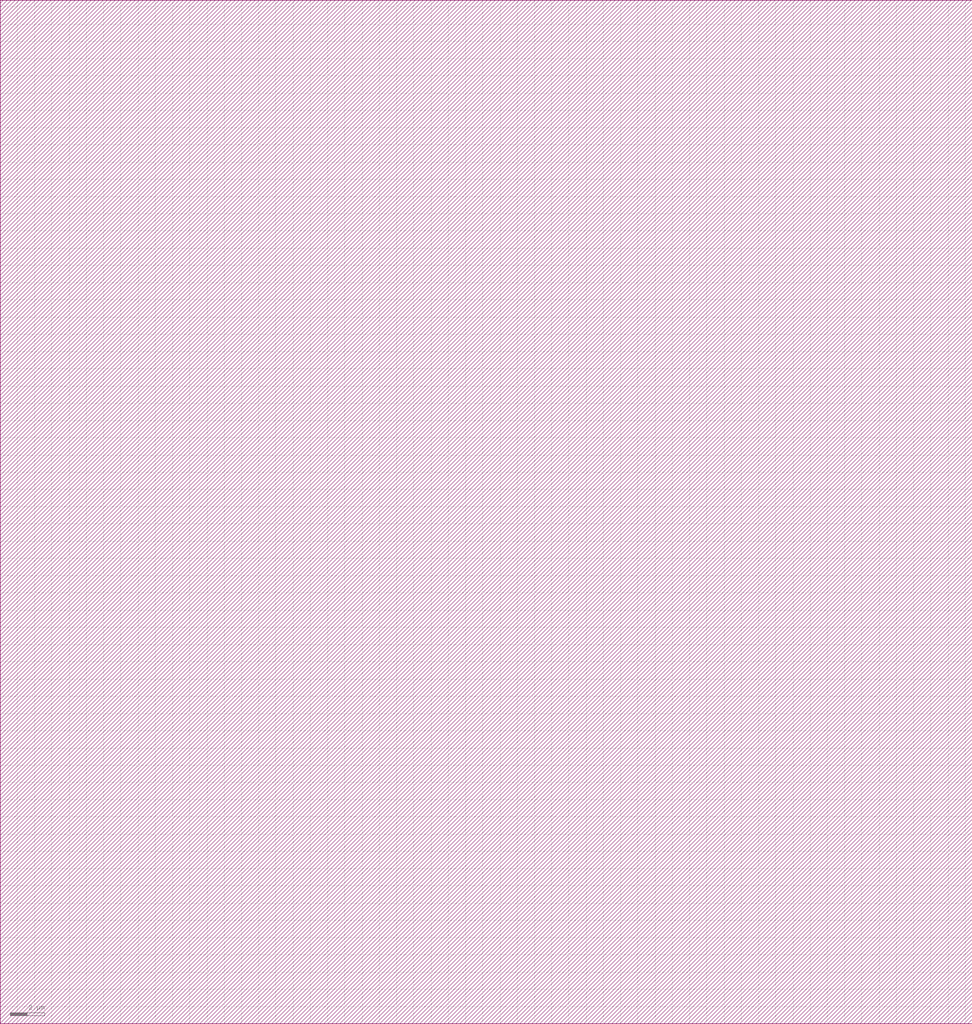
<source format=lef>
VERSION 5.6 ;

BUSBITCHARS "[]" ;

DIVIDERCHAR "/" ;

UNITS
    DATABASE MICRONS 1000 ;
END UNITS

MANUFACTURINGGRID 0.005000 ; 

CLEARANCEMEASURE EUCLIDEAN ; 

USEMINSPACING OBS ON ; 

SITE CoreSite
    CLASS CORE ;
    SIZE 0.600000 BY 0.300000 ;
END CoreSite

LAYER li
   TYPE ROUTING ;
   DIRECTION VERTICAL ;
   MINWIDTH 0.300000 ;
   AREA 0.056250 ;
   WIDTH 0.300000 ;
   SPACINGTABLE
      PARALLELRUNLENGTH 0.0
      WIDTH 0.0 0.225000 ;
   PITCH 0.600000 0.600000 ;
END li

LAYER mcon
    TYPE CUT ;
    SPACING 0.225000 ;
    WIDTH 0.300000 ;
    ENCLOSURE ABOVE 0.075000 0.075000 ;
    ENCLOSURE BELOW 0.000000 0.000000 ;
END mcon

LAYER met1
   TYPE ROUTING ;
   DIRECTION HORIZONTAL ;
   MINWIDTH 0.150000 ;
   AREA 0.084375 ;
   WIDTH 0.150000 ;
   SPACINGTABLE
      PARALLELRUNLENGTH 0.0
      WIDTH 0.0 0.150000 ;
   PITCH 0.300000 0.300000 ;
END met1

LAYER v1
    TYPE CUT ;
    SPACING 0.075000 ;
    WIDTH 0.300000 ;
    ENCLOSURE ABOVE 0.075000 0.075000 ;
    ENCLOSURE BELOW 0.075000 0.075000 ;
END v1

LAYER met2
   TYPE ROUTING ;
   DIRECTION VERTICAL ;
   MINWIDTH 0.150000 ;
   AREA 0.073125 ;
   WIDTH 0.150000 ;
   SPACINGTABLE
      PARALLELRUNLENGTH 0.0
      WIDTH 0.0 0.150000 ;
   PITCH 0.300000 0.300000 ;
END met2

LAYER v2
    TYPE CUT ;
    SPACING 0.150000 ;
    WIDTH 0.300000 ;
    ENCLOSURE ABOVE 0.075000 0.075000 ;
    ENCLOSURE BELOW 0.075000 0.000000 ;
END v2

LAYER met3
   TYPE ROUTING ;
   DIRECTION HORIZONTAL ;
   MINWIDTH 0.300000 ;
   AREA 0.241875 ;
   WIDTH 0.300000 ;
   SPACINGTABLE
      PARALLELRUNLENGTH 0.0
      WIDTH 0.0 0.300000 ;
   PITCH 0.600000 0.600000 ;
END met3

LAYER v3
    TYPE CUT ;
    SPACING 0.150000 ;
    WIDTH 0.450000 ;
    ENCLOSURE ABOVE 0.075000 0.075000 ;
    ENCLOSURE BELOW 0.075000 0.000000 ;
END v3

LAYER met4
   TYPE ROUTING ;
   DIRECTION VERTICAL ;
   MINWIDTH 0.300000 ;
   AREA 0.241875 ;
   WIDTH 0.300000 ;
   SPACINGTABLE
      PARALLELRUNLENGTH 0.0
      WIDTH 0.0 0.300000 ;
   PITCH 0.600000 0.600000 ;
END met4

LAYER v4
    TYPE CUT ;
    SPACING 0.450000 ;
    WIDTH 1.200000 ;
    ENCLOSURE ABOVE 0.150000 0.150000 ;
    ENCLOSURE BELOW 0.000000 0.000000 ;
END v4

LAYER met5
   TYPE ROUTING ;
   DIRECTION HORIZONTAL ;
   MINWIDTH 1.650000 ;
   AREA 4.005000 ;
   WIDTH 1.650000 ;
   SPACINGTABLE
      PARALLELRUNLENGTH 0.0
      WIDTH 0.0 1.650000 ;
   PITCH 3.300000 3.300000 ;
END met5

LAYER OVERLAP
   TYPE OVERLAP ;
END OVERLAP

VIA mcon_C DEFAULT
   LAYER li ;
     RECT -0.150000 -0.150000 0.150000 0.150000 ;
   LAYER mcon ;
     RECT -0.150000 -0.150000 0.150000 0.150000 ;
   LAYER met1 ;
     RECT -0.225000 -0.225000 0.225000 0.225000 ;
END mcon_C

VIA v1_C DEFAULT
   LAYER met1 ;
     RECT -0.225000 -0.225000 0.225000 0.225000 ;
   LAYER v1 ;
     RECT -0.150000 -0.150000 0.150000 0.150000 ;
   LAYER met2 ;
     RECT -0.225000 -0.225000 0.225000 0.225000 ;
END v1_C

VIA v2_C DEFAULT
   LAYER met2 ;
     RECT -0.150000 -0.225000 0.150000 0.225000 ;
   LAYER v2 ;
     RECT -0.150000 -0.150000 0.150000 0.150000 ;
   LAYER met3 ;
     RECT -0.225000 -0.225000 0.225000 0.225000 ;
END v2_C

VIA v2_Ch
   LAYER met2 ;
     RECT -0.225000 -0.150000 0.225000 0.150000 ;
   LAYER v2 ;
     RECT -0.150000 -0.150000 0.150000 0.150000 ;
   LAYER met3 ;
     RECT -0.225000 -0.225000 0.225000 0.225000 ;
END v2_Ch

VIA v2_Cv
   LAYER met2 ;
     RECT -0.150000 -0.225000 0.150000 0.225000 ;
   LAYER v2 ;
     RECT -0.150000 -0.150000 0.150000 0.150000 ;
   LAYER met3 ;
     RECT -0.225000 -0.225000 0.225000 0.225000 ;
END v2_Cv

VIA v3_C DEFAULT
   LAYER met3 ;
     RECT -0.300000 -0.225000 0.300000 0.225000 ;
   LAYER v3 ;
     RECT -0.225000 -0.225000 0.225000 0.225000 ;
   LAYER met4 ;
     RECT -0.300000 -0.300000 0.300000 0.300000 ;
END v3_C

VIA v3_Ch
   LAYER met3 ;
     RECT -0.300000 -0.225000 0.300000 0.225000 ;
   LAYER v3 ;
     RECT -0.225000 -0.225000 0.225000 0.225000 ;
   LAYER met4 ;
     RECT -0.300000 -0.300000 0.300000 0.300000 ;
END v3_Ch

VIA v3_Cv
   LAYER met3 ;
     RECT -0.300000 -0.225000 0.300000 0.225000 ;
   LAYER v3 ;
     RECT -0.225000 -0.225000 0.225000 0.225000 ;
   LAYER met4 ;
     RECT -0.300000 -0.300000 0.300000 0.300000 ;
END v3_Cv

VIA v4_C DEFAULT
   LAYER met4 ;
     RECT -0.600000 -0.600000 0.600000 0.600000 ;
   LAYER v4 ;
     RECT -0.600000 -0.600000 0.600000 0.600000 ;
   LAYER met5 ;
     RECT -0.750000 -0.750000 0.750000 0.750000 ;
END v4_C

MACRO _0_0std_0_0cells_0_0NOR2X1
    CLASS CORE ;
    FOREIGN _0_0std_0_0cells_0_0NOR2X1 0.000000 0.000000 ;
    ORIGIN 0.000000 0.000000 ;
    SIZE 4.200000 BY 3.600000 ;
    SYMMETRY X Y ;
    SITE CoreSite ;
    PIN A
        DIRECTION INPUT ;
        USE SIGNAL ;
        PORT
        LAYER li ;
        RECT 1.350000 3.375000 1.725000 3.450000 ;
        RECT 1.350000 3.150000 1.425000 3.375000 ;
        RECT 1.350000 3.075000 1.725000 3.150000 ;
        RECT 1.425000 3.150000 1.650000 3.375000 ;
        RECT 1.650000 3.150000 1.725000 3.375000 ;
        END
        ANTENNAGATEAREA 0.236250 ;
    END A
    PIN B
        DIRECTION INPUT ;
        USE SIGNAL ;
        PORT
        LAYER li ;
        RECT 1.950000 3.075000 2.325000 3.150000 ;
        RECT 1.950000 3.375000 2.325000 3.450000 ;
        RECT 1.950000 3.150000 2.025000 3.375000 ;
        RECT 2.025000 3.150000 2.250000 3.375000 ;
        RECT 2.250000 3.150000 2.325000 3.375000 ;
        END
        ANTENNAGATEAREA 0.236250 ;
    END B
    PIN Y
        DIRECTION OUTPUT ;
        USE SIGNAL ;
        PORT
        LAYER li ;
        RECT 0.750000 1.050000 0.975000 1.125000 ;
        RECT 0.750000 0.825000 0.975000 1.050000 ;
        RECT 0.750000 0.450000 0.975000 0.825000 ;
        RECT 0.750000 0.225000 0.975000 0.450000 ;
        RECT 1.200000 2.400000 1.500000 2.475000 ;
        RECT 1.200000 2.175000 1.275000 2.400000 ;
        RECT 1.200000 2.100000 1.500000 2.175000 ;
        RECT 1.200000 0.600000 1.500000 0.900000 ;
        RECT 1.275000 2.175000 1.500000 2.400000 ;
        RECT 1.275000 0.900000 1.500000 2.100000 ;
        RECT 1.800000 2.400000 2.100000 2.475000 ;
        RECT 1.800000 2.175000 2.025000 2.400000 ;
        RECT 2.025000 2.175000 2.100000 2.400000 ;
        RECT 3.150000 2.100000 3.375000 3.000000 ;
        RECT 3.150000 1.875000 3.375000 2.100000 ;
        RECT 3.150000 1.800000 3.375000 1.875000 ;
        LAYER mcon ;
        RECT 0.750000 0.225000 0.975000 0.450000 ;
        RECT 1.275000 2.175000 1.500000 2.400000 ;
        RECT 1.800000 2.175000 2.025000 2.400000 ;
        LAYER met1 ;
        RECT 0.675000 0.450000 1.050000 0.525000 ;
        RECT 0.675000 0.225000 0.750000 0.450000 ;
        RECT 0.675000 0.150000 1.050000 0.225000 ;
        RECT 0.750000 0.225000 0.975000 0.450000 ;
        RECT 1.200000 2.400000 2.100000 2.475000 ;
        RECT 1.200000 2.175000 1.275000 2.400000 ;
        RECT 1.200000 2.100000 1.575000 2.175000 ;
        RECT 1.275000 2.175000 1.500000 2.400000 ;
        RECT 1.500000 2.250000 1.800000 2.400000 ;
        RECT 1.500000 2.175000 1.575000 2.250000 ;
        RECT 1.725000 2.100000 2.100000 2.175000 ;
        RECT 1.725000 2.175000 1.800000 2.250000 ;
        RECT 1.800000 2.175000 2.025000 2.400000 ;
        RECT 2.025000 2.175000 2.100000 2.400000 ;
        RECT 2.475000 0.450000 2.850000 0.525000 ;
        END
        ANTENNADIFFAREA 2.064375 ;
    END Y
    PIN Vdd
        DIRECTION INPUT ;
        USE POWER ;
        PORT
        LAYER li ;
        RECT 3.150000 3.300000 3.525000 3.375000 ;
        RECT 3.150000 3.075000 3.225000 3.300000 ;
        RECT 3.150000 3.000000 3.525000 3.075000 ;
        RECT 3.225000 3.075000 3.450000 3.300000 ;
        RECT 3.450000 3.075000 3.525000 3.300000 ;
        LAYER mcon ;
        RECT 3.225000 3.075000 3.450000 3.300000 ;
        LAYER met1 ;
        RECT 3.150000 3.300000 3.525000 3.375000 ;
        RECT 3.150000 3.075000 3.225000 3.300000 ;
        RECT 3.150000 3.000000 3.525000 3.075000 ;
        RECT 3.225000 3.075000 3.450000 3.300000 ;
        RECT 3.450000 3.075000 3.525000 3.300000 ;
        END
        ANTENNADIFFAREA 1.181250 ;
    END Vdd
    PIN GND
        DIRECTION INPUT ;
        USE GROUND ;
        PORT
        LAYER li ;
        RECT 2.550000 3.000000 2.850000 3.300000 ;
        RECT 2.550000 1.125000 2.775000 3.000000 ;
        RECT 2.550000 0.900000 2.775000 1.125000 ;
        RECT 2.550000 0.450000 2.775000 0.900000 ;
        RECT 2.550000 0.225000 2.775000 0.450000 ;
        LAYER mcon ;
        RECT 2.550000 0.225000 2.775000 0.450000 ;
        LAYER met1 ;
        RECT 0.975000 0.225000 2.550000 0.450000 ;
        RECT 2.550000 0.225000 2.775000 0.450000 ;
        RECT 2.775000 0.225000 2.850000 0.450000 ;
        RECT 2.475000 0.150000 2.850000 0.225000 ;
        END
        ANTENNADIFFAREA 0.939375 ;
    END GND
END _0_0std_0_0cells_0_0NOR2X1

MACRO welltap_svt
    CLASS CORE WELLTAP ;
    FOREIGN welltap_svt 0.000000 0.000000 ;
    ORIGIN 0.000000 0.000000 ;
    SIZE 1.200000 BY 2.100000 ;
    SYMMETRY X Y ;
    SITE CoreSite ;
    PIN Vdd
        DIRECTION INPUT ;
        USE POWER ;
        PORT
        LAYER li ;
        RECT 0.600000 1.500000 0.900000 1.800000 ;
        END
    END Vdd
    PIN GND
        DIRECTION INPUT ;
        USE GROUND ;
        PORT
        LAYER li ;
        RECT 0.600000 0.300000 0.900000 0.600000 ;
        END
    END GND
END welltap_svt

MACRO circuitppnp
   CLASS CORE ;
   FOREIGN circuitppnp 0.000000 0.000000 ;
   ORIGIN 0.000000 0.000000 ; 
   SIZE 56.400000 BY 59.400000 ; 
   SYMMETRY X Y ;
   SITE CoreSite ;
END circuitppnp

MACRO circuitwell
   CLASS CORE ;
   FOREIGN circuitwell 0.000000 0.000000 ;
   ORIGIN 0.000000 0.000000 ; 
   SIZE 56.400000 BY 59.400000 ; 
   SYMMETRY X Y ;
   SITE CoreSite ;
END circuitwell


</source>
